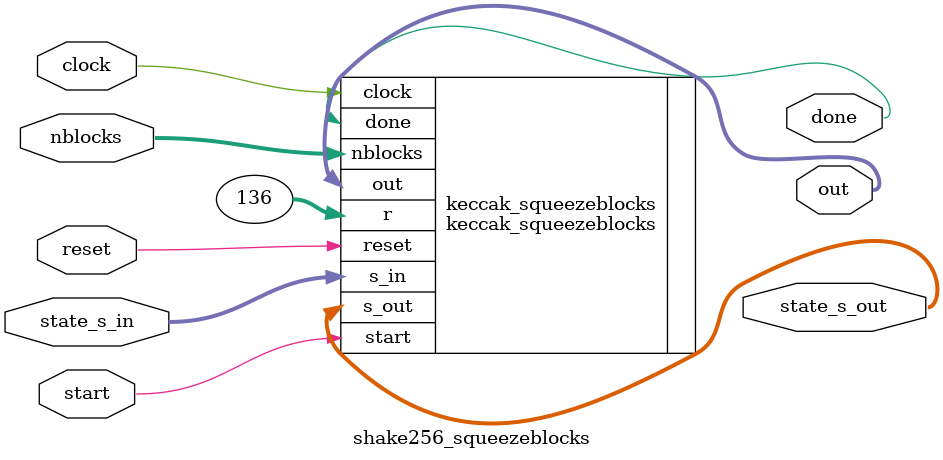
<source format=v>

module shake256_squeezeblocks(
    input clock,
    input reset,
    input start,
    input [1599:0] state_s_in,
    input [63:0] nblocks,
    output [2175:0] out,
    output [1599:0] state_s_out,
    output done
    );
    
    localparam SHAKE256_RATE = 136;
    
    keccak_squeezeblocks#(.outlen(2176)) keccak_squeezeblocks(
	   	.clock(clock),
	   	.reset(reset),
	   	.start(start),
	   	.nblocks(nblocks),
	   	.s_in(state_s_in),
	   	.r(SHAKE256_RATE),
	   	.out(out),
	   	.s_out(state_s_out),
	   	.done(done)
	   	);
		 	
endmodule
</source>
